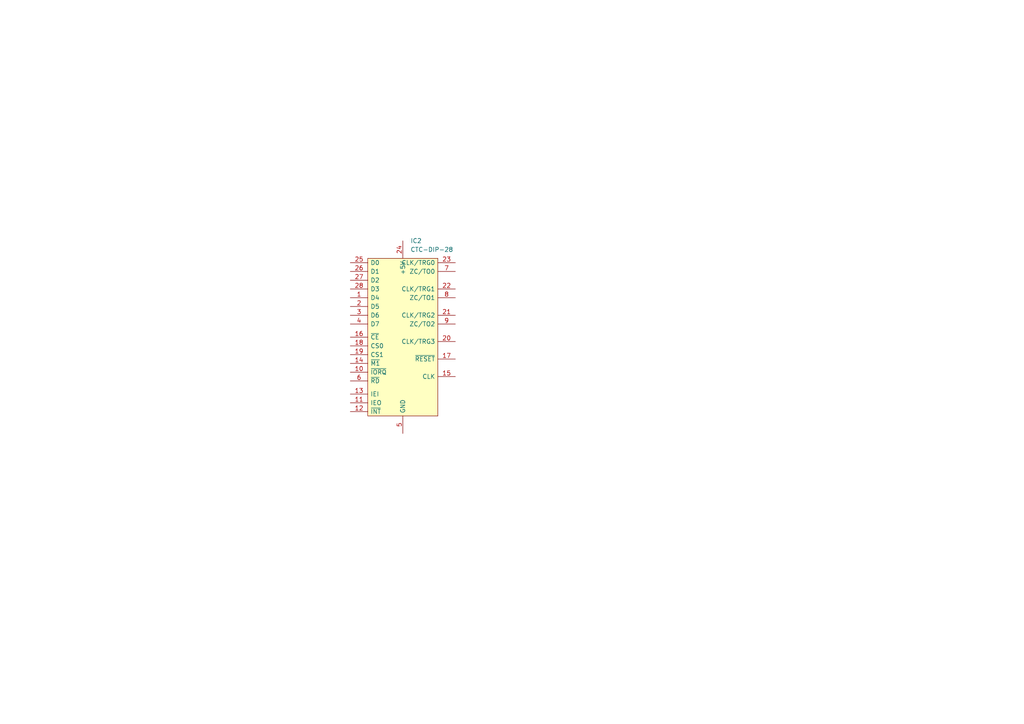
<source format=kicad_sch>
(kicad_sch (version 20231120) (generator "eeschema") (generator_version "8.0")
  (paper "A4")
  (lib_symbols
    (symbol "Zilog_Z80_Peripherals:CTC-DIP-28" (pin_names (offset 0.762))
      (property "Reference" "IC" (at 0 2.54 0))
      (property "Value" "CTC-DIP-28" (at 12.7 1.27 0))
      (symbol "CTC-DIP-28_0_0"
        (pin bidirectional line (at -5.08 -11.43 0) (length 5.08) (name "D4") (number "1"))
        (pin input line (at -5.08 -33.02 0) (length 5.08) (name "~{IORQ}") (number "10"))
        (pin output line (at -5.08 -41.91 0) (length 5.08) (name "IEO") (number "11"))
        (pin open_collector line (at -5.08 -44.45 0) (length 5.08) (name "~{INT}") (number "12"))
        (pin input line (at -5.08 -39.37 0) (length 5.08) (name "IEI") (number "13"))
        (pin input line (at -5.08 -30.48 0) (length 5.08) (name "~{M1}") (number "14"))
        (pin input line (at 25.4 -34.29 180) (length 5.08) (name "CLK") (number "15"))
        (pin input line (at -5.08 -22.86 0) (length 5.08) (name "~{CE}") (number "16"))
        (pin input line (at 25.4 -29.21 180) (length 5.08) (name "~{RESET}") (number "17"))
        (pin input line (at -5.08 -25.4 0) (length 5.08) (name "CS0") (number "18"))
        (pin input line (at -5.08 -27.94 0) (length 5.08) (name "CS1") (number "19"))
        (pin bidirectional line (at -5.08 -13.97 0) (length 5.08) (name "D5") (number "2"))
        (pin input line (at 25.4 -24.13 180) (length 5.08) (name "CLK/TRG3") (number "20"))
        (pin input line (at 25.4 -16.51 180) (length 5.08) (name "CLK/TRG2") (number "21"))
        (pin input line (at 25.4 -8.89 180) (length 5.08) (name "CLK/TRG1") (number "22"))
        (pin input line (at 25.4 -1.27 180) (length 5.08) (name "CLK/TRG0") (number "23"))
        (pin power_in line (at 10.16 5.08 270) (length 5.08) (name "+5V") (number "24"))
        (pin bidirectional line (at -5.08 -1.27 0) (length 5.08) (name "D0") (number "25"))
        (pin bidirectional line (at -5.08 -3.81 0) (length 5.08) (name "D1") (number "26"))
        (pin bidirectional line (at -5.08 -6.35 0) (length 5.08) (name "D2") (number "27"))
        (pin bidirectional line (at -5.08 -8.89 0) (length 5.08) (name "D3") (number "28"))
        (pin bidirectional line (at -5.08 -16.51 0) (length 5.08) (name "D6") (number "3"))
        (pin bidirectional line (at -5.08 -19.05 0) (length 5.08) (name "D7") (number "4"))
        (pin power_in line (at 10.16 -50.8 90) (length 5.08) (name "GND") (number "5"))
        (pin input line (at -5.08 -35.56 0) (length 5.08) (name "~{RD}") (number "6"))
        (pin output line (at 25.4 -3.81 180) (length 5.08) (name "ZC/TO0") (number "7"))
        (pin output line (at 25.4 -11.43 180) (length 5.08) (name "ZC/TO1") (number "8"))
        (pin output line (at 25.4 -19.05 180) (length 5.08) (name "ZC/TO2") (number "9"))
      )
      (symbol "CTC-DIP-28_0_1"
        (rectangle (start 0 0) (end 20.32 -45.72) (fill (type background)))
      )
    )
  )
  (symbol (lib_id "Zilog_Z80_Peripherals:CTC-DIP-28") (at 106.68 74.93 0) (unit 1)
    (property "Reference" "IC2" (at 119.0341 69.85 0) (effects (justify left)))
    (property "Value" "CTC-DIP-28" (at 119.0341 72.39 0) (effects (justify left)))
    (property "Footprint" "Package_DIP:DIP-28_W15.24mm_LongPads" (effects (hide yes)))
    (property "Datasheet" "http://www.zilog.com/docs/z80/ps0181.pdf" (effects (hide yes)))
    (property "Description" "Z8430 Zilog CTC" (effects (hide yes)))
    (property "Height" "5.21" (effects (hide yes)))
    (property "Manufacturer_Name" "Zilog" (effects (hide yes)))
    (property "Manufacturer_Part_Number" "Z84C3010PEG" (effects (hide yes)))
    (property "Mouser Part Number" "692-Z84C3010PEG" (effects (hide yes)))
    (property "Mouser Price/Stock" "https://www.mouser.com/Search/Refine.aspx?Keyword=692-Z84C3010PEG" (effects (hide yes)))
  )
)
</source>
